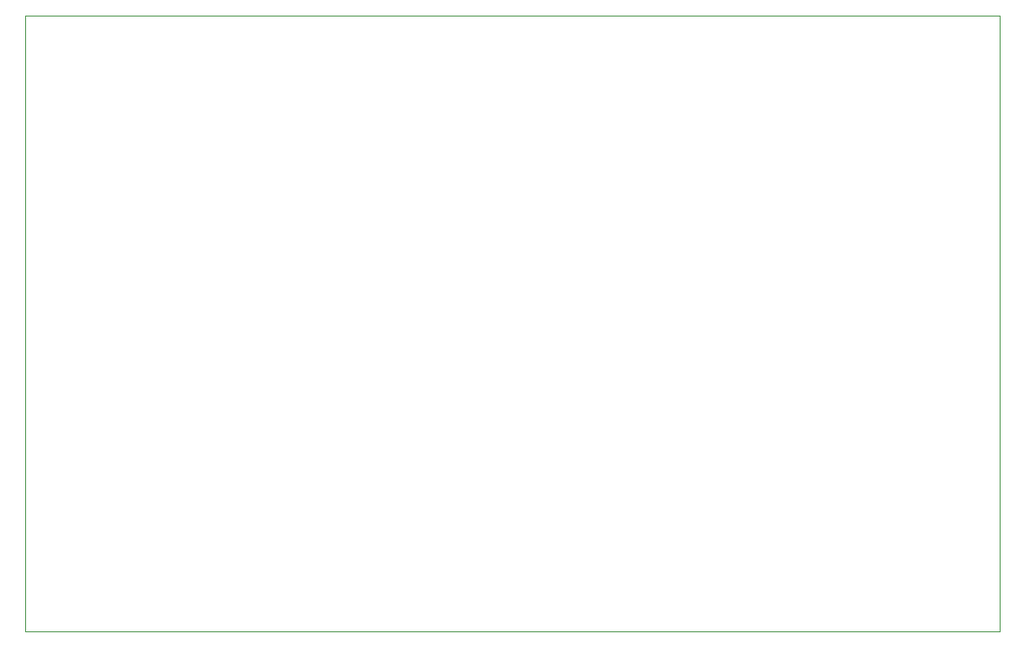
<source format=gm1>
%TF.GenerationSoftware,KiCad,Pcbnew,(6.0.7)*%
%TF.CreationDate,2022-10-31T09:28:39+01:00*%
%TF.ProjectId,Callsystem,43616c6c-7379-4737-9465-6d2e6b696361,1*%
%TF.SameCoordinates,Original*%
%TF.FileFunction,Profile,NP*%
%FSLAX46Y46*%
G04 Gerber Fmt 4.6, Leading zero omitted, Abs format (unit mm)*
G04 Created by KiCad (PCBNEW (6.0.7)) date 2022-10-31 09:28:39*
%MOMM*%
%LPD*%
G01*
G04 APERTURE LIST*
%TA.AperFunction,Profile*%
%ADD10C,0.100000*%
%TD*%
G04 APERTURE END LIST*
D10*
X50000000Y-50000000D02*
X145000000Y-50000000D01*
X145000000Y-50000000D02*
X145000000Y-110000000D01*
X145000000Y-110000000D02*
X50000000Y-110000000D01*
X50000000Y-110000000D02*
X50000000Y-50000000D01*
M02*

</source>
